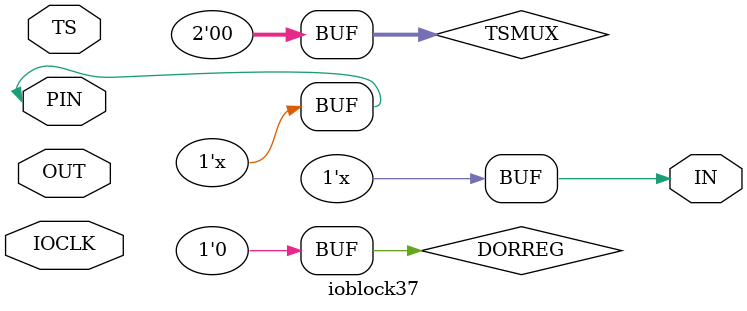
<source format=v>
module ioblock37(
	       inout  PIN,
	       input  TS,
	       input  OUT,
	       output IN,
	       input IOCLK
	       );
   
   reg 		     D;
   reg [2-1:0] 	     TSMUX;
   reg 		     DORREG;

   assign PIN = ( TSMUX == 2'b00 ) ? 1'bz : (( TSMUX == 2'b01 && TS == 1'b1 ) ? OUT : (( TSMUX == 2'b01 && TS == 1'b0 ) ? 1'bz : OUT));
   assign IN  = ( DORREG == 1'b0 ) ? PIN  : D;
   
   initial
     begin
	D=1'b0;
	TSMUX=2'b00;
	DORREG=1'b0;
     end
   
   always @(posedge IOCLK) D=PIN;
   
endmodule       

</source>
